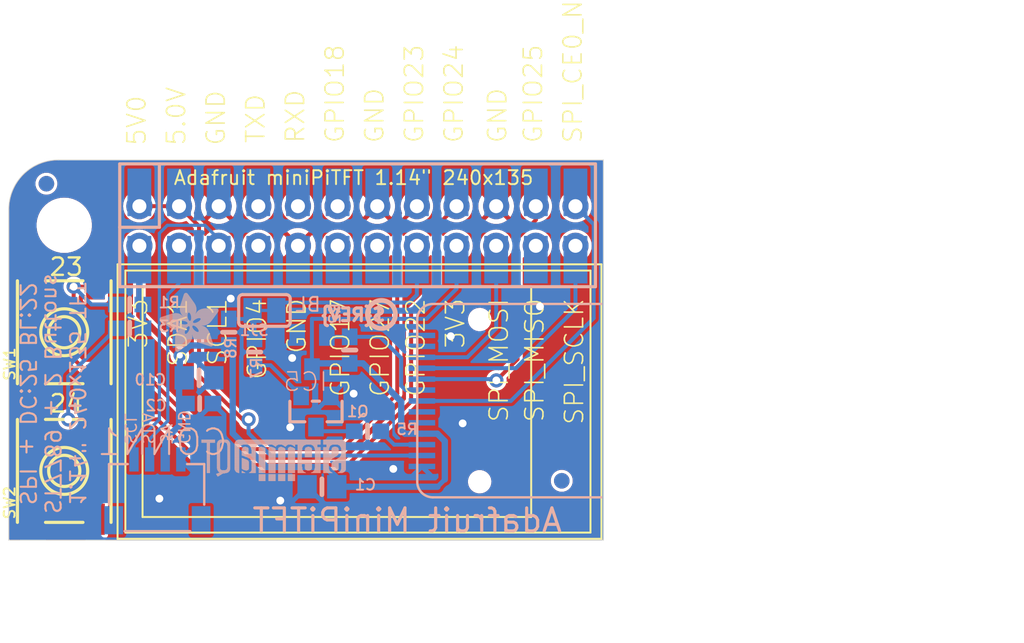
<source format=kicad_pcb>
(kicad_pcb (version 20221018) (generator pcbnew)
  (layers (0 "F.Cu" signal) (31 "B.Cu" signal) (34 "B.Paste" user) (35 "F.Paste" user) (36 "B.SilkS" user "B.Silkscreen") (37 "F.SilkS" user "F.Silkscreen") (38 "B.Mask" user) (39 "F.Mask" user) (44 "Edge.Cuts" user))
  (net 0 "")
  (net 1 "GND")
  (net 2 "3.3V")
  (net 3 "TFT_RST")
  (net 4 "TFT_DC")
  (net 5 "N$1")
  (net 6 "LED_K")
  (net 7 "N$5")
  (net 8 "BACKLIGHT")
  (net 9 "SCLK")
  (net 10 "MOSI")
  (net 11 "TFT_CS")
  (net 12 "5.0V")
  (net 13 "BUTTONB")
  (net 14 "BUTTONA")
  (net 15 "GPIO4")
  (net 16 "GPIO17")
  (net 17 "GPIO27")
  (net 18 "MISO")
  (net 19 "GPIO18")
  (net 20 "RXD")
  (net 21 "TXD")
  (net 22 "SCL")
  (net 23 "SDA")
  (net 24 "GPIO22")
  (footprint "working:TFT_1.14IN_240X135_WRAPAROUND" (layer "F.Cu") (at 167.4241 108.3056 90)
    (fp_text reference "DISP1" hide)
    (fp_text value "DISP_LCD_GENERIC_SPI_1.14IN_13P" hide)
    (pad "" np_thru_hole circle (at -5.14 -7.8 90) (size 1 1) (drill 1) (layers "*.Cu" "*.Mask"))
    (pad "" np_thru_hole circle (at 5.26 -7.8 90) (size 1 1) (drill 1) (layers "*.Cu" "*.Mask"))
    (pad "1" smd rect (at 4.24 -11.5) (size 1.7 0.35) (layers "B.Cu" "B.Mask"))
    (pad "2" smd rect (at 3.54 -11.5) (size 1.7 0.35) (layers "B.Cu" "B.Mask"))
    (pad "3" smd rect (at 2.84 -11.5) (size 1.7 0.35) (layers "B.Cu" "B.Mask") (net 10 "MOSI"))
    (pad "4" smd rect (at 2.14 -11.5) (size 1.7 0.35) (layers "B.Cu" "B.Mask") (net 9 "SCLK"))
    (pad "5" smd rect (at 1.44 -11.5) (size 1.7 0.35) (layers "B.Cu" "B.Mask") (net 4 "TFT_DC"))
    (pad "6" smd rect (at 0.74 -11.5) (size 1.7 0.35) (layers "B.Cu" "B.Mask") (net 3 "TFT_RST"))
    (pad "7" smd rect (at 0.04 -11.5) (size 1.7 0.35) (layers "B.Cu" "B.Mask") (net 11 "TFT_CS"))
    (pad "8" smd rect (at -0.66 -11.5) (size 1.7 0.35) (layers "B.Cu" "B.Mask") (net 1 "GND"))
    (pad "9" smd rect (at -1.36 -11.5) (size 1.7 0.35) (layers "B.Cu" "B.Mask"))
    (pad "10" smd rect (at -2.06 -11.5) (size 1.7 0.35) (layers "B.Cu" "B.Mask") (net 2 "3.3V"))
    (pad "11" smd rect (at -2.76 -11.5) (size 1.7 0.35) (layers "B.Cu" "B.Mask") (net 6 "LED_K"))
    (pad "12" smd rect (at -3.46 -11.5) (size 1.7 0.35) (layers "B.Cu" "B.Mask") (net 12 "5.0V"))
    (pad "13" smd rect (at -4.16 -11.5) (size 1.7 0.35) (layers "B.Cu" "B.Mask") (net 1 "GND"))
  )
  (footprint "working:RASPBERRYPI_2X12_THMSMT" (layer "F.Cu") (at 129.4511 123.5456)
    (fp_text reference "RASPI1" hide)
    (fp_text value "RASPBERRYPI_2X12_THMSMT" hide)
    (fp_text user "SPI_MOSI" (at 30.7216 -21.9334 90) (layer "F.SilkS") (effects (font (size 1.1684 1.1684) (thickness 0.1016)) (justify right top)))
    (fp_text user "5.0V" (at 11.4176 -31.5854 90) (layer "F.SilkS") (effects (font (size 1.1684 1.1684) (thickness 0.1016)) (justify left bottom)))
    (fp_text user "SPI_SCLK" (at 35.5476 -21.9334 90) (layer "F.SilkS") (effects (font (size 1.1684 1.1684) (thickness 0.1016)) (justify right top)))
    (fp_text user "GPIO24" (at 29.1976 -31.7378 90) (layer "F.SilkS") (effects (font (size 1.1684 1.1684) (thickness 0.1016)) (justify left bottom)))
    (fp_text user "GND" (at 13.9576 -31.5854 90) (layer "F.SilkS") (effects (font (size 1.1684 1.1684) (thickness 0.1016)) (justify left bottom)))
    (fp_text user "GND" (at 17.7676 -21.9334 90) (layer "F.SilkS") (effects (font (size 1.1684 1.1684) (thickness 0.1016)) (justify right top)))
    (fp_text user "GPIO27" (at 23.1016 -21.9334 90) (layer "F.SilkS") (effects (font (size 1.1684 1.1684) (thickness 0.1016)) (justify right top)))
    (fp_text user "SPI_CE0_N" (at 36.8176 -31.7378 90) (layer "F.SilkS") (effects (font (size 1.1684 1.1684) (thickness 0.1016)) (justify left bottom)))
    (fp_text user "GND" (at 31.9916 -31.7378 90) (layer "F.SilkS") (effects (font (size 1.1684 1.1684) (thickness 0.1016)) (justify left bottom)))
    (fp_text user "GPIO22" (at 25.3876 -21.9334 90) (layer "F.SilkS") (effects (font (size 1.1684 1.1684) (thickness 0.1016)) (justify right top)))
    (fp_text user "3V3" (at 7.6076 -21.9334 90) (layer "F.SilkS") (effects (font (size 1.1684 1.1684) (thickness 0.1016)) (justify right top)))
    (fp_text user "5V0" (at 8.8776 -31.5854 90) (layer "F.SilkS") (effects (font (size 1.1684 1.1684) (thickness 0.1016)) (justify left bottom)))
    (fp_text user "GPIO18" (at 21.5776 -31.7378 90) (layer "F.SilkS") (effects (font (size 1.1684 1.1684) (thickness 0.1016)) (justify left bottom)))
    (fp_text user "3V3" (at 27.9276 -21.9334 90) (layer "F.SilkS") (effects (font (size 1.1684 1.1684) (thickness 0.1016)) (justify right top)))
    (fp_text user "SPI_MISO" (at 33.0076 -21.9334 90) (layer "F.SilkS") (effects (font (size 1.1684 1.1684) (thickness 0.1016)) (justify right top)))
    (fp_text user "SDA1" (at 10.1476 -21.9334 90) (layer "F.SilkS") (effects (font (size 1.1684 1.1684) (thickness 0.1016)) (justify right top)))
    (fp_text user "SCL1" (at 12.6876 -21.9334 90) (layer "F.SilkS") (effects (font (size 1.1684 1.1684) (thickness 0.1016)) (justify right top)))
    (fp_text user "GPIO25" (at 34.2776 -31.7378 90) (layer "F.SilkS") (effects (font (size 1.1684 1.1684) (thickness 0.1016)) (justify left bottom)))
    (fp_text user "TXD" (at 16.4976 -31.7378 90) (layer "F.SilkS") (effects (font (size 1.1684 1.1684) (thickness 0.1016)) (justify left bottom)))
    (fp_text user "GPIO4" (at 15.2276 -21.9334 90) (layer "F.SilkS") (effects (font (size 1.1684 1.1684) (thickness 0.1016)) (justify right top)))
    (fp_text user "GPIO17" (at 20.5616 -21.9334 90) (layer "F.SilkS") (effects (font (size 1.1684 1.1684) (thickness 0.1016)) (justify right top)))
    (fp_text user "GND" (at 24.1176 -31.7378 90) (layer "F.SilkS") (effects (font (size 1.1684 1.1684) (thickness 0.1016)) (justify left bottom)))
    (fp_text user "RXD" (at 19.0376 -31.7378 90) (layer "F.SilkS") (effects (font (size 1.1684 1.1684) (thickness 0.1016)) (justify left bottom)))
    (fp_text user "GPIO23" (at 26.6576 -31.7378 90) (layer "F.SilkS") (effects (font (size 1.1684 1.1684) (thickness 0.1016)) (justify left bottom)))
    (pad "1" thru_hole circle (at 8.37 -25.23) (size 1.6764 1.6764) (drill 0.9) (layers "*.Cu" "*.Mask") (net 2 "3.3V"))
    (pad "2" thru_hole circle (at 8.37 -27.77) (size 1.6764 1.6764) (drill 0.9) (layers "*.Cu" "*.Mask") (net 12 "5.0V"))
    (pad "3" thru_hole circle (at 10.91 -25.23) (size 1.6764 1.6764) (drill 0.9) (layers "*.Cu" "*.Mask") (net 23 "SDA"))
    (pad "4" thru_hole circle (at 10.91 -27.77) (size 1.6764 1.6764) (drill 0.9) (layers "*.Cu" "*.Mask") (net 12 "5.0V"))
    (pad "5" thru_hole circle (at 13.45 -25.23) (size 1.6764 1.6764) (drill 0.9) (layers "*.Cu" "*.Mask") (net 22 "SCL"))
    (pad "6" thru_hole circle (at 13.45 -27.77) (size 1.6764 1.6764) (drill 0.9) (layers "*.Cu" "*.Mask") (net 1 "GND"))
    (pad "7" thru_hole circle (at 15.99 -25.23) (size 1.6764 1.6764) (drill 0.9) (layers "*.Cu" "*.Mask") (net 15 "GPIO4"))
    (pad "8" thru_hole circle (at 15.99 -27.77) (size 1.6764 1.6764) (drill 0.9) (layers "*.Cu" "*.Mask") (net 21 "TXD"))
    (pad "9" thru_hole circle (at 18.53 -25.23) (size 1.6764 1.6764) (drill 0.9) (layers "*.Cu" "*.Mask") (net 1 "GND"))
    (pad "10" thru_hole circle (at 18.53 -27.77) (size 1.6764 1.6764) (drill 0.9) (layers "*.Cu" "*.Mask") (net 20 "RXD"))
    (pad "11" thru_hole circle (at 21.07 -25.23) (size 1.6764 1.6764) (drill 0.9) (layers "*.Cu" "*.Mask") (net 16 "GPIO17"))
    (pad "12" thru_hole circle (at 21.07 -27.77) (size 1.6764 1.6764) (drill 0.9) (layers "*.Cu" "*.Mask") (net 19 "GPIO18"))
    (pad "13" thru_hole circle (at 23.61 -25.23) (size 1.6764 1.6764) (drill 0.9) (layers "*.Cu" "*.Mask") (net 17 "GPIO27"))
    (pad "14" thru_hole circle (at 23.61 -27.77) (size 1.6764 1.6764) (drill 0.9) (layers "*.Cu" "*.Mask") (net 1 "GND"))
    (pad "15" thru_hole circle (at 26.15 -25.23) (size 1.6764 1.6764) (drill 0.9) (layers "*.Cu" "*.Mask") (net 24 "GPIO22"))
    (pad "16" thru_hole circle (at 26.15 -27.77) (size 1.6764 1.6764) (drill 0.9) (layers "*.Cu" "*.Mask") (net 14 "BUTTONA"))
    (pad "17" thru_hole circle (at 28.69 -25.23) (size 1.6764 1.6764) (drill 0.9) (layers "*.Cu" "*.Mask") (net 2 "3.3V"))
    (pad "18" thru_hole circle (at 28.69 -27.77) (size 1.6764 1.6764) (drill 0.9) (layers "*.Cu" "*.Mask") (net 13 "BUTTONB"))
    (pad "19" thru_hole circle (at 31.23 -25.23) (size 1.6764 1.6764) (drill 0.9) (layers "*.Cu" "*.Mask") (net 10 "MOSI"))
    (pad "20" thru_hole circle (at 31.23 -27.77) (size 1.6764 1.6764) (drill 0.9) (layers "*.Cu" "*.Mask") (net 1 "GND"))
    (pad "21" thru_hole circle (at 33.77 -25.23) (size 1.6764 1.6764) (drill 0.9) (layers "*.Cu" "*.Mask") (net 18 "MISO"))
    (pad "22" thru_hole circle (at 33.77 -27.77) (size 1.6764 1.6764) (drill 0.9) (layers "*.Cu" "*.Mask") (net 4 "TFT_DC"))
    (pad "23" thru_hole circle (at 36.31 -25.23) (size 1.6764 1.6764) (drill 0.9) (layers "*.Cu" "*.Mask") (net 9 "SCLK"))
    (pad "24" thru_hole circle (at 36.31 -27.77) (size 1.6764 1.6764) (drill 0.9) (layers "*.Cu" "*.Mask") (net 11 "TFT_CS"))
    (pad "S1" smd rect (at 8.3696 -24.3394 270) (size 3.048 1.524) (layers "B.Cu" "B.Mask"))
    (pad "S2" smd rect (at 8.3696 -28.6574 270) (size 3.048 1.524) (layers "B.Cu" "B.Mask"))
    (pad "S3" smd rect (at 10.9096 -24.3394 90) (size 3.048 1.524) (layers "B.Cu" "B.Mask"))
    (pad "S4" smd rect (at 10.9096 -28.6574 270) (size 3.048 1.524) (layers "B.Cu" "B.Mask"))
    (pad "S5" smd rect (at 13.4496 -24.3394 90) (size 3.048 1.524) (layers "B.Cu" "B.Mask"))
    (pad "S6" smd rect (at 13.4496 -28.6574 270) (size 3.048 1.524) (layers "B.Cu" "B.Mask"))
    (pad "S7" smd rect (at 15.9896 -24.3394 90) (size 3.048 1.524) (layers "B.Cu" "B.Mask"))
    (pad "S8" smd rect (at 15.9896 -28.6574 270) (size 3.048 1.524) (layers "B.Cu" "B.Mask"))
    (pad "S9" smd rect (at 18.5296 -24.3394 90) (size 3.048 1.524) (layers "B.Cu" "B.Mask"))
    (pad "S10" smd rect (at 18.5296 -28.6574 270) (size 3.048 1.524) (layers "B.Cu" "B.Mask"))
    (pad "S11" smd rect (at 21.0696 -24.3394 90) (size 3.048 1.524) (layers "B.Cu" "B.Mask"))
    (pad "S12" smd rect (at 21.0696 -28.6574 270) (size 3.048 1.524) (layers "B.Cu" "B.Mask"))
    (pad "S13" smd rect (at 23.6096 -24.3394 90) (size 3.048 1.524) (layers "B.Cu" "B.Mask"))
    (pad "S14" smd rect (at 23.6096 -28.6574 270) (size 3.048 1.524) (layers "B.Cu" "B.Mask"))
    (pad "S15" smd rect (at 26.1496 -24.3394 90) (size 3.048 1.524) (layers "B.Cu" "B.Mask"))
    (pad "S16" smd rect (at 26.1496 -28.6574 270) (size 3.048 1.524) (layers "B.Cu" "B.Mask"))
    (pad "S17" smd rect (at 28.6896 -24.3394 90) (size 3.048 1.524) (layers "B.Cu" "B.Mask"))
    (pad "S18" smd rect (at 28.6896 -28.6574 270) (size 3.048 1.524) (layers "B.Cu" "B.Mask"))
    (pad "S19" smd rect (at 31.2296 -24.3394 90) (size 3.048 1.524) (layers "B.Cu" "B.Mask"))
    (pad "S20" smd rect (at 31.2296 -28.6574 270) (size 3.048 1.524) (layers "B.Cu" "B.Mask"))
    (pad "S21" smd rect (at 33.7696 -24.3394 90) (size 3.048 1.524) (layers "B.Cu" "B.Mask"))
    (pad "S22" smd rect (at 33.7696 -28.6574 270) (size 3.048 1.524) (layers "B.Cu" "B.Mask"))
    (pad "S23" smd rect (at 36.3096 -24.3394 90) (size 3.048 1.524) (layers "B.Cu" "B.Mask"))
    (pad "S24" smd rect (at 36.3096 -28.6574 270) (size 3.048 1.524) (layers "B.Cu" "B.Mask"))
  )
  (footprint "working:EVQ-Q2_SMALLER" (layer "F.Cu") (at 133.0071 103.8606 90)
    (fp_text reference "SW1" (at -3.175 -3.5 90) (layer "F.SilkS") (effects (font (size 0.692831 0.692831) (thickness 0.119969)) (justify left)))
    (fp_text value "")
    (pad "A" smd rect (at -3.1 2 90) (size 2 1.2) (layers "F.Cu" "F.Paste" "F.Mask") (net 14 "BUTTONA"))
    (pad "A'" smd rect (at 3.1 2 90) (size 2 1.2) (layers "F.Cu" "F.Paste" "F.Mask") (net 14 "BUTTONA"))
    (pad "B" smd rect (at -3.1 -2 90) (size 2 1.2) (layers "F.Cu" "F.Paste" "F.Mask") (net 1 "GND"))
    (pad "B'" smd rect (at 3.1 -2 90) (size 2 1.2) (layers "F.Cu" "F.Paste" "F.Mask") (net 1 "GND"))
  )
  (footprint "working:FIDUCIAL_1MM" (layer "F.Cu") (at 164.8841 113.3856)
    (fp_text reference "FID2" hide)
    (fp_text value "FIDUCIAL_1MM" hide)
    (pad "1" smd roundrect (at 0 0) (size 1 1) (layers "F.Cu" "F.Mask") (roundrect_rratio 0.5))
  )
  (footprint "" (layer "F.Cu") (at 133.0071 97.0026)
    (fp_text reference "@HOLE0" hide)
    (fp_text value "" (at 0 0) (layer "F.SilkS") (effects (font (size 1.27 1.27))))
    (pad "" np_thru_hole circle (at 0 0) (size 3.048 3.048) (drill 3.048) (layers "*.Cu" "*.Mask"))
  )
  (footprint "working:EVQ-Q2_SMALLER" (layer "F.Cu") (at 133.0071 112.7506 90)
    (fp_text reference "SW2" (at -3.175 -3.5 90) (layer "F.SilkS") (effects (font (size 0.692831 0.692831) (thickness 0.119969)) (justify left)))
    (fp_text value "")
    (pad "A" smd rect (at -3.1 2 90) (size 2 1.2) (layers "F.Cu" "F.Paste" "F.Mask") (net 13 "BUTTONB"))
    (pad "A'" smd rect (at 3.1 2 90) (size 2 1.2) (layers "F.Cu" "F.Paste" "F.Mask") (net 13 "BUTTONB"))
    (pad "B" smd rect (at -3.1 -2 90) (size 2 1.2) (layers "F.Cu" "F.Paste" "F.Mask") (net 1 "GND"))
    (pad "B'" smd rect (at 3.1 -2 90) (size 2 1.2) (layers "F.Cu" "F.Paste" "F.Mask") (net 1 "GND"))
  )
  (footprint "working:FIDUCIAL_1MM" (layer "F.Cu") (at 131.8641 94.3356)
    (fp_text reference "FID1" hide)
    (fp_text value "FIDUCIAL_1MM" hide)
    (pad "1" smd roundrect (at 0 0) (size 1 1) (layers "F.Cu" "F.Mask") (roundrect_rratio 0.5))
  )
  (footprint "working:FIDUCIAL_1MM" (layer "B.Cu") (at 164.8841 113.3856 180)
    (fp_text reference "FID3" hide)
    (fp_text value "FIDUCIAL_1MM" hide)
    (pad "1" smd roundrect (at 0 0 180) (size 1 1) (layers "B.Cu" "B.Mask") (roundrect_rratio 0.5))
  )
  (footprint "working:JST_SH4" (layer "B.Cu") (at 138.9761 114.5286 180)
    (fp_text reference "CONN1" (at -4.6 3.614) (layer "B.SilkS") (effects (font (size 1.647139 1.647139) (thickness 0.130861)) (justify left mirror)))
    (fp_text value "STEMMA_I2C_QT" hide)
    (pad "1" smd rect (at -1.5 2.514 90) (size 1.55 0.6) (layers "B.Cu" "B.Paste" "B.Mask") (net 1 "GND"))
    (pad "2" smd rect (at -0.5 2.514 90) (size 1.55 0.6) (layers "B.Cu" "B.Paste" "B.Mask") (net 2 "3.3V"))
    (pad "3" smd rect (at 0.5 2.514 90) (size 1.55 0.6) (layers "B.Cu" "B.Paste" "B.Mask") (net 23 "SDA"))
    (pad "4" smd rect (at 1.5 2.514 90) (size 1.55 0.6) (layers "B.Cu" "B.Paste" "B.Mask") (net 22 "SCL"))
    (pad "MT1" smd rect (at -2.8 -1.386 90) (size 1.8 1.2) (layers "B.Cu" "B.Paste" "B.Mask"))
    (pad "MT2" smd rect (at 2.8 -1.386 90) (size 1.8 1.2) (layers "B.Cu" "B.Paste" "B.Mask"))
  )
  (footprint "working:0603-NO" (layer "B.Cu") (at 143.5481 103.8606 -90)
    (fp_text reference "R8" (at 1.778 -0.127 -270) (layer "B.SilkS") (effects (font (size 0.692831 0.692831) (thickness 0.119969)) (justify right mirror)))
    (fp_text value "10K")
    (pad "1" smd rect (at -0.85 0 270) (size 1.075 1) (layers "B.Cu" "B.Paste" "B.Mask") (net 8 "BACKLIGHT"))
    (pad "2" smd rect (at 0.85 0 270) (size 1.075 1) (layers "B.Cu" "B.Paste" "B.Mask") (net 2 "3.3V"))
  )
  (footprint "working:PCBFEAT-REV-040" (layer "B.Cu") (at 153.3271 102.7176 180)
    (fp_text reference "U$6" hide)
    (fp_text value "" hide)
    (fp_text user "${REV}" (at -0.3556 -0.508) (layer "B.SilkS") (effects (font (size 0.8128 0.8128) (thickness 0.2032)) (justify left bottom mirror)))
  )
  (footprint "working:0603-NO" (layer "B.Cu") (at 145.1991 105.1306 -90)
    (fp_text reference "R7" (at 1.778 -0.127 -270) (layer "B.SilkS") (effects (font (size 0.692831 0.692831) (thickness 0.119969)) (justify right mirror)))
    (fp_text value "1K")
    (pad "1" smd rect (at -0.85 0 270) (size 1.075 1) (layers "B.Cu" "B.Paste" "B.Mask") (net 8 "BACKLIGHT"))
    (pad "2" smd rect (at 0.85 0 270) (size 1.075 1) (layers "B.Cu" "B.Paste" "B.Mask") (net 5 "N$1"))
  )
  (footprint "working:0805-NO" (layer "B.Cu") (at 141.6431 106.7816 180)
    (fp_text reference "C10" (at 2.032 -0.127) (layer "B.SilkS") (effects (font (size 0.692831 0.692831) (thickness 0.119969)) (justify left mirror)))
    (fp_text value "10uF")
    (pad "1" smd rect (at -0.95 0 180) (size 1.24 1.5) (layers "B.Cu" "B.Paste" "B.Mask") (net 1 "GND"))
    (pad "2" smd rect (at 0.95 0 180) (size 1.24 1.5) (layers "B.Cu" "B.Paste" "B.Mask") (net 2 "3.3V"))
  )
  (footprint "working:ADAFRUIT_3.5MM" (layer "B.Cu") (at 142.9131 105.1306 180)
    (fp_text reference "U$4" hide)
    (fp_text value "MICROSD" hide)
  )
  (footprint "working:0603-NO" (layer "B.Cu") (at 141.6821 108.4326 180)
    (fp_text reference "C2" (at 2.032 -0.127) (layer "B.SilkS") (effects (font (size 0.692831 0.692831) (thickness 0.119969)) (justify left mirror)))
    (fp_text value "1uF")
    (pad "1" smd rect (at -0.85 0 180) (size 1.075 1) (layers "B.Cu" "B.Paste" "B.Mask") (net 1 "GND"))
    (pad "2" smd rect (at 0.85 0 180) (size 1.075 1) (layers "B.Cu" "B.Paste" "B.Mask") (net 2 "3.3V"))
  )
  (footprint "working:0805-NO" (layer "B.Cu") (at 149.5171 113.7666)
    (fp_text reference "C1" (at 2.032 -0.127) (layer "B.SilkS") (effects (font (size 0.692831 0.692831) (thickness 0.119969)) (justify right mirror)))
    (fp_text value "10uF")
    (pad "1" smd rect (at -0.95 0) (size 1.24 1.5) (layers "B.Cu" "B.Paste" "B.Mask") (net 1 "GND"))
    (pad "2" smd rect (at 0.95 0) (size 1.24 1.5) (layers "B.Cu" "B.Paste" "B.Mask") (net 2 "3.3V"))
  )
  (footprint "working:SOT23-WIDE" (layer "B.Cu") (at 149.1361 108.9406)
    (fp_text reference "Q1" (at 1.905 0) (layer "B.SilkS") (effects (font (size 0.692831 0.692831) (thickness 0.119969)) (justify right mirror)))
    (fp_text value "MMBT2222")
    (pad "1" smd rect (at -0.95 -1) (size 1 1.2) (layers "B.Cu" "B.Paste" "B.Mask") (net 5 "N$1"))
    (pad "2" smd rect (at 0.95 -1) (size 1 1.2) (layers "B.Cu" "B.Paste" "B.Mask") (net 1 "GND"))
    (pad "3" smd rect (at 0 1) (size 1 1.2) (layers "B.Cu" "B.Paste" "B.Mask") (net 7 "N$5"))
  )
  (footprint "working:0603-NO" (layer "B.Cu") (at 151.2951 105.0036 -90)
    (fp_text reference "R2" (at -1.5875 0.9525 -270) (layer "B.SilkS") (effects (font (size 0.692831 0.692831) (thickness 0.119969)) (justify right mirror)))
    (fp_text value "10K")
    (pad "1" smd rect (at -0.85 0 270) (size 1.075 1) (layers "B.Cu" "B.Paste" "B.Mask") (net 3 "TFT_RST"))
    (pad "2" smd rect (at 0.85 0 270) (size 1.075 1) (layers "B.Cu" "B.Paste" "B.Mask") (net 2 "3.3V"))
  )
  (footprint "working:SOT23" (layer "B.Cu") (at 148.8821 105.1306)
    (fp_text reference "IC5" (at -1.905 1.905) (layer "B.SilkS") (effects (font (size 1.176528 1.176528) (thickness 0.093472)) (justify right mirror)))
    (fp_text value "APX803")
    (pad "1" smd rect (at -0.95 -1.1) (size 1 1.4) (layers "B.Cu" "B.Paste" "B.Mask") (net 1 "GND"))
    (pad "2" smd rect (at 0.95 -1.1) (size 1 1.4) (layers "B.Cu" "B.Paste" "B.Mask") (net 3 "TFT_RST"))
    (pad "3" smd rect (at 0 1.1) (size 1 1.4) (layers "B.Cu" "B.Paste" "B.Mask") (net 2 "3.3V"))
  )
  (footprint "working:FIDUCIAL_1MM" (layer "B.Cu") (at 131.8641 94.3356 180)
    (fp_text reference "FID4" hide)
    (fp_text value "FIDUCIAL_1MM" hide)
    (pad "1" smd roundrect (at 0 0 180) (size 1 1) (layers "B.Cu" "B.Mask") (roundrect_rratio 0.5))
  )
  (footprint "working:0603-NO" (layer "B.Cu") (at 152.4381 110.2106)
    (fp_text reference "R5" (at 1.778 -0.127) (layer "B.SilkS") (effects (font (size 0.692831 0.692831) (thickness 0.119969)) (justify right mirror)))
    (fp_text value "22")
    (pad "1" smd rect (at -0.85 0) (size 1.075 1) (layers "B.Cu" "B.Paste" "B.Mask") (net 7 "N$5"))
    (pad "2" smd rect (at 0.85 0) (size 1.075 1) (layers "B.Cu" "B.Paste" "B.Mask") (net 6 "LED_K"))
  )
  (footprint "working:0603-NO" (layer "B.Cu") (at 137.1981 102.0826)
    (fp_text reference "R1" (at 1.778 -0.127) (layer "B.SilkS") (effects (font (size 0.692831 0.692831) (thickness 0.119969)) (justify right mirror)))
    (fp_text value "10K")
    (pad "1" smd rect (at -0.85 0) (size 1.075 1) (layers "B.Cu" "B.Paste" "B.Mask") (net 14 "BUTTONA"))
    (pad "2" smd rect (at 0.85 0) (size 1.075 1) (layers "B.Cu" "B.Paste" "B.Mask") (net 2 "3.3V"))
  )
  (footprint "working:STEMMAQT" (layer "B.Cu") (at 151.0411 113.3856 180)
    (fp_text reference "U$15" hide)
    (fp_text value "" hide)
  )
  (footprint "working:0603-NO" (layer "B.Cu") (at 137.1981 103.6066)
    (fp_text reference "R3" (at 1.778 -0.127) (layer "B.SilkS") (effects (font (size 0.692831 0.692831) (thickness 0.119969)) (justify right mirror)))
    (fp_text value "10K")
    (pad "1" smd rect (at -0.85 0) (size 1.075 1) (layers "B.Cu" "B.Paste" "B.Mask") (net 13 "BUTTONB"))
    (pad "2" smd rect (at 0.85 0) (size 1.075 1) (layers "B.Cu" "B.Paste" "B.Mask") (net 2 "3.3V"))
  )
  (footprint "working:SOLDERJUMPER_CLOSEDWIRE" (layer "B.Cu") (at 145.8341 102.4636)
    (fp_text reference "SJ1" (at -1.651 1.27) (layer "B.SilkS") (effects (font (size 0.692831 0.692831) (thickness 0.119969)) (justify right mirror)))
    (fp_text value "")
    (pad "1" smd rect (at -0.762 0) (size 1.1684 1.6002) (layers "B.Cu") (net 8 "BACKLIGHT"))
    (pad "2" smd rect (at 0.762 0) (size 1.1684 1.6002) (layers "B.Cu") (net 24 "GPIO22"))
    (pad "WIRE" smd rect (at 0 0 180) (size 0.635 0.2032) (layers "B.Cu"))
  )
  (gr_line (start 129.4511 117.1956) (end 129.4511 95.9866) (stroke (width 0.05)) (layer "Edge.Cuts"))
  (gr_line (start 132.6261 92.8116) (end 167.5511 92.8116) (stroke (width 0.05)) (layer "Edge.Cuts"))
  (gr_line (start 167.5511 117.1956) (end 167.5511 92.8116) (stroke (width 0.05)) (layer "Edge.Cuts"))
  (gr_line (start 129.4511 117.1956) (end 167.5511 117.1956) (stroke (width 0.05)) (layer "Edge.Cuts"))
  (gr_arc (start 129.4511 95.9866) (mid 130.381036 93.741536) (end 132.6261 92.8116) (stroke (width 0.05)) (layer "Edge.Cuts"))
  (gr_text "SDA" (at 137.9601 111.0996 -90) (layer "B.SilkS") (effects (font (size 0.715264 0.715264) (thickness 0.097536)) (justify left bottom mirror)))
  (gr_text "Adafruit MiniPiTFT" (at 154.9781 115.9256) (layer "B.SilkS") (effects (font (size 1.475232 1.475232) (thickness 0.201168)) (justify mirror)))
  (gr_text "3V" (at 139.1031 111.0996 -90) (layer "B.SilkS") (effects (font (size 0.715264 0.715264) (thickness 0.097536)) (justify left bottom mirror)))
  (gr_text "1.14\" 240x135 TFT\nST7789 + 2 Buttons\nSPI + DC:25 BL:22" (at 132.2451 107.7976 -90) (layer "B.SilkS") (effects (font (size 0.983488 0.983488) (thickness 0.134112)) (justify mirror)))
  (gr_text "GND" (at 140.2461 111.0996 -90) (layer "B.SilkS") (effects (font (size 0.715264 0.715264) (thickness 0.097536)) (justify left bottom mirror)))
  (gr_text "SCL" (at 136.8171 111.0996 -90) (layer "B.SilkS") (effects (font (size 0.715264 0.715264) (thickness 0.097536)) (justify left bottom mirror)))
  (gr_text "BL" (at 148.6281 102.0826) (layer "B.SilkS") (effects (font (size 0.89408 0.89408) (thickness 0.12192)) (justify mirror)))
  (gr_text "Adafruit miniPiTFT 1.14\" 240x135" (at 151.5491 93.9546) (layer "F.SilkS") (effects (font (size 0.89408 0.89408) (thickness 0.12192))))
  (gr_text "24" (at 133.1341 108.4326) (layer "F.SilkS") (effects (font (size 1.1176 1.1176) (thickness 0.1524))))
  (gr_text "23" (at 133.1341 99.6696) (layer "F.SilkS") (effects (font (size 1.1176 1.1176) (thickness 0.1524))))
  (via (at 146.8501 114.6556) (size 0.9064) (drill 0.5) (layers "F.Cu" "B.Cu") (net 1))
  (via (at 151.5491 107.7976) (size 0.9064) (drill 0.5) (layers "F.Cu" "B.Cu") (net 1))
  (via (at 147.6121 105.5116) (size 0.9064) (drill 0.5) (layers "F.Cu" "B.Cu") (net 1))
  (via (at 163.4871 102.2096) (size 0.9064) (drill 0.5) (layers "F.Cu" "B.Cu") (net 1))
  (via (at 143.6751 101.7016) (size 0.9064) (drill 0.5) (layers "F.Cu" "B.Cu") (net 1))
  (via (at 139.1031 114.5286) (size 0.9064) (drill 0.5) (layers "F.Cu" "B.Cu") (net 1))
  (via (at 157.7721 104.1146) (size 0.9064) (drill 0.5) (layers "F.Cu" "B.Cu") (net 1))
  (via (at 154.0891 112.6236) (size 0.9064) (drill 0.5) (layers "F.Cu" "B.Cu") (net 1))
  (via (at 147.4851 109.9566) (size 0.9064) (drill 0.5) (layers "F.Cu" "B.Cu") (net 1))
  (via (at 158.5341 109.7026) (size 0.9064) (drill 0.5) (layers "F.Cu" "B.Cu") (net 1))
  (segment (start 137.8211 98.3156) (end 137.8211 102.7546) (width 0.4064) (layer "F.Cu") (net 2))
  (segment (start 137.8211 102.7546) (end 140.4121 105.3456) (width 0.4064) (layer "F.Cu") (net 2))
  (via (at 140.4121 105.3456) (size 0.8001) (drill 0.3937) (layers "F.Cu" "B.Cu") (net 2))
  (segment (start 140.6931 106.7816) (end 140.3651 107.1096) (width 0.4064) (layer "B.Cu") (net 2))
  (segment (start 140.3651 107.1096) (end 140.3651 108.4326) (width 0.4064) (layer "B.Cu") (net 2))
  (segment (start 157.3911 113.2976) (end 156.9221 113.7666) (width 0.3048) (layer "B.Cu") (net 2))
  (segment (start 150.4671 113.1926) (end 149.7711 112.4966) (width 0.4064) (layer "B.Cu") (net 2))
  (segment (start 148.8821 106.2306) (end 148.8749 106.2234) (width 0.254) (layer "B.Cu") (net 2))
  (segment (start 143.5481 104.7106) (end 143.8021 104.9646) (width 0.4064) (layer "B.Cu") (net 2))
  (segment (start 157.3911 110.8456) (end 156.9111 110.3656) (width 0.4064) (layer "B.Cu") (net 2))
  (segment (start 151.2951 105.8536) (end 148.9629 105.8536) (width 0.4064) (layer "B.Cu") (net 2))
  (segment (start 140.3651 109.8556) (end 139.4761 110.7446) (width 0.4064) (layer "B.Cu") (net 2))
  (segment (start 145.9611 112.4966) (end 149.7711 112.4966) (width 0.4064) (layer "B.Cu") (net 2))
  (segment (start 150.4671 113.7666) (end 150.4671 113.1926) (width 0.2032) (layer "B.Cu") (net 2))
  (segment (start 148.9629 105.8536) (end 148.8749 105.7656) (width 0.4064) (layer "B.Cu") (net 2))
  (segment (start 154.840075 110.3656) (end 155.9241 110.3656) (width 0.4064) (layer "B.Cu") (net 2))
  (segment (start 137.8211 101.8556) (end 138.0481 102.0826) (width 0.254) (layer "B.Cu") (net 2))
  (segment (start 152.1451 105.8536) (end 151.2951 105.8536) (width 0.4064) (layer "B.Cu") (net 2))
  (segment (start 148.8749 106.2234) (end 148.8749 105.7656) (width 0.254) (layer "B.Cu") (net 2))
  (segment (start 141.0471 104.7106) (end 140.4121 105.3456) (width 0.4064) (layer "B.Cu") (net 2))
  (segment (start 138.0481 102.0826) (end 138.0481 103.6066) (width 0.4064) (layer "B.Cu") (net 2))
  (segment (start 139.4761 112.0146) (end 139.4761 110.7446) (width 0.4064) (layer "B.Cu") (net 2))
  (segment (start 154.5971 110.122625) (end 154.5971 108.3056) (width 0.4064) (layer "B.Cu") (net 2))
  (segment (start 143.8021 110.3376) (end 145.9611 112.4966) (width 0.4064) (layer "B.Cu") (net 2))
  (segment (start 156.9221 113.7666) (end 150.4671 113.7666) (width 0.4064) (layer "B.Cu") (net 2))
  (segment (start 143.8021 104.9646) (end 143.8021 110.3376) (width 0.4064) (layer "B.Cu") (net 2))
  (segment (start 148.8749 105.7656) (end 148.8749 103.0004) (width 0.254) (layer "B.Cu") (net 2))
  (segment (start 140.8321 108.4326) (end 140.3651 108.4326) (width 0.4064) (layer "B.Cu") (net 2))
  (segment (start 140.4121 105.3456) (end 140.4121 106.7816) (width 0.4064) (layer "B.Cu") (net 2))
  (segment (start 140.3651 108.4326) (end 140.3651 109.8556) (width 0.4064) (layer "B.Cu") (net 2))
  (segment (start 140.6931 106.7816) (end 140.4121 106.7816) (width 0.254) (layer "B.Cu") (net 2))
  (segment (start 154.840075 110.3656) (end 154.5971 110.122625) (width 0.4064) (layer "B.Cu") (net 2))
  (segment (start 158.1411 101.0786) (end 156.2193 103.0004) (width 0.254) (layer "B.Cu") (net 2))
  (segment (start 154.5971 108.3056) (end 152.1451 105.8536) (width 0.4064) (layer "B.Cu") (net 2))
  (segment (start 137.8211 98.3156) (end 137.8211 101.8556) (width 0.4064) (layer "B.Cu") (net 2))
  (segment (start 158.1411 98.3156) (end 158.1411 101.0786) (width 0.254) (layer "B.Cu") (net 2))
  (segment (start 143.5481 104.7106) (end 141.0471 104.7106) (width 0.4064) (layer "B.Cu") (net 2))
  (segment (start 156.2193 103.0004) (end 148.8749 103.0004) (width 0.254) (layer "B.Cu") (net 2))
  (segment (start 157.3911 113.2976) (end 157.3911 110.8456) (width 0.4064) (layer "B.Cu") (net 2))
  (segment (start 156.9111 110.3656) (end 155.9241 110.3656) (width 0.4064) (layer "B.Cu") (net 2))
  (segment (start 151.2951 104.1536) (end 149.9551 104.1536) (width 0.254) (layer "B.Cu") (net 3))
  (segment (start 153.2391 104.1536) (end 151.2951 104.1536) (width 0.254) (layer "B.Cu") (net 3))
  (segment (start 154.8731 107.5656) (end 154.5971 107.2896) (width 0.254) (layer "B.Cu") (net 3))
  (segment (start 154.5971 107.2896) (end 154.5971 105.5116) (width 0.254) (layer "B.Cu") (net 3))
  (segment (start 149.9551 104.1536) (end 149.8321 104.0306) (width 0.254) (layer "B.Cu") (net 3))
  (segment (start 154.5971 105.5116) (end 153.2391 104.1536) (width 0.254) (layer "B.Cu") (net 3))
  (segment (start 155.9241 107.5656) (end 154.8731 107.5656) (width 0.254) (layer "B.Cu") (net 3))
  (segment (start 160.6931 106.949) (end 162.0527 105.5894) (width 0.254) (layer "F.Cu") (net 4))
  (segment (start 163.2211 96.663232) (end 163.2211 95.7756) (width 0.254) (layer "F.Cu") (net 4))
  (segment (start 162.0527 105.5894) (end 162.0527 97.831632) (width 0.254) (layer "F.Cu") (net 4))
  (segment (start 162.0527 97.831632) (end 163.2211 96.663232) (width 0.254) (layer "F.Cu") (net 4))
  (via (at 160.6931 106.949) (size 0.9064) (drill 0.5) (layers "F.Cu" "B.Cu") (net 4))
  (segment (start 155.9241 106.8656) (end 160.6097 106.8656) (width 0.254) (layer "B.Cu") (net 4))
  (segment (start 160.6097 106.8656) (end 160.6931 106.949) (width 0.254) (layer "B.Cu") (net 4))
  (segment (start 145.1991 105.9806) (end 146.2261 105.9806) (width 0.254) (layer "B.Cu") (net 5))
  (segment (start 146.2261 105.9806) (end 148.1861 107.9406) (width 0.254) (layer "B.Cu") (net 5))
  (segment (start 153.2881 110.2106) (end 154.1431 111.0656) (width 0.254) (layer "B.Cu") (net 6))
  (segment (start 155.9241 111.0656) (end 154.1431 111.0656) (width 0.254) (layer "B.Cu") (net 6))
  (segment (start 149.4061 110.2106) (end 149.1361 109.9406) (width 0.254) (layer "B.Cu") (net 7))
  (segment (start 151.5881 110.2106) (end 149.4061 110.2106) (width 0.254) (layer "B.Cu") (net 7))
  (segment (start 145.1991 103.0106) (end 143.5481 103.0106) (width 0.254) (layer "B.Cu") (net 8))
  (segment (start 145.1991 104.2806) (end 145.0721 104.1536) (width 0.254) (layer "B.Cu") (net 8))
  (segment (start 145.0721 102.4636) (end 145.0721 104.1536) (width 0.254) (layer "B.Cu") (net 8))
  (segment (start 145.1991 104.2806) (end 145.1991 103.0106) (width 0.254) (layer "B.Cu") (net 8))
  (segment (start 165.7611 98.3156) (end 165.7611 102.3486) (width 0.254) (layer "B.Cu") (net 9))
  (segment (start 165.7611 102.3486) (end 161.9441 106.1656) (width 0.254) (layer "B.Cu") (net 9))
  (segment (start 161.9441 106.1656) (end 155.9241 106.1656) (width 0.254) (layer "B.Cu") (net 9))
  (segment (start 160.6811 103.6186) (end 160.6811 98.3156) (width 0.254) (layer "B.Cu") (net 10))
  (segment (start 158.8341 105.4656) (end 160.6811 103.6186) (width 0.254) (layer "B.Cu") (net 10))
  (segment (start 155.9241 105.4656) (end 158.8341 105.4656) (width 0.254) (layer "B.Cu") (net 10))
  (segment (start 166.9295 96.944) (end 166.9295 102.9582) (width 0.254) (layer "B.Cu") (net 11))
  (segment (start 155.9241 108.2656) (end 161.6221 108.2656) (width 0.254) (layer "B.Cu") (net 11))
  (segment (start 165.7611 95.7756) (end 166.9295 96.944) (width 0.254) (layer "B.Cu") (net 11))
  (segment (start 166.9295 102.9582) (end 161.6221 108.2656) (width 0.254) (layer "B.Cu") (net 11))
  (segment (start 141.6431 97.0576) (end 140.3611 95.7756) (width 0.254) (layer "F.Cu") (net 12))
  (segment (start 141.6431 106.6546) (end 141.6431 97.0576) (width 0.254) (layer "F.Cu") (net 12))
  (segment (start 140.3611 95.7756) (end 137.8211 95.7756) (width 0.254) (layer "F.Cu") (net 12))
  (segment (start 144.8181 109.4486) (end 144.4371 109.4486) (width 0.254) (layer "F.Cu") (net 12))
  (segment (start 144.4371 109.4486) (end 141.6431 106.6546) (width 0.254) (layer "F.Cu") (net 12))
  (via (at 144.8181 109.4486) (size 0.9064) (drill 0.5) (layers "F.Cu" "B.Cu") (net 12))
  (segment (start 144.8181 109.4486) (end 144.8181 110.3376) (width 0.254) (layer "B.Cu") (net 12))
  (segment (start 155.9241 111.7656) (end 146.2461 111.7656) (width 0.254) (layer "B.Cu") (net 12))
  (segment (start 146.2461 111.7656) (end 144.8181 110.3376) (width 0.254) (layer "B.Cu") (net 12))
  (segment (start 141.8971 112.3696) (end 151.1681 112.3696) (width 0.254) (layer "F.Cu") (net 13))
  (segment (start 135.0071 109.6506) (end 135.0071 115.8506) (width 0.254) (layer "F.Cu") (net 13))
  (segment (start 155.2321 102.5906) (end 156.8831 100.9396) (width 0.254) (layer "F.Cu") (net 13))
  (segment (start 151.1681 112.3696) (end 155.2321 108.3056) (width 0.254) (layer "F.Cu") (net 13))
  (segment (start 134.8051 109.4486) (end 133.2611 109.4486) (width 0.254) (layer "F.Cu") (net 13))
  (segment (start 155.2321 108.3056) (end 155.2321 102.5906) (width 0.254) (layer "F.Cu") (net 13))
  (segment (start 135.0071 109.6506) (end 134.8051 109.4486) (width 0.254) (layer "F.Cu") (net 13))
  (segment (start 156.8831 100.9396) (end 156.8831 97.0336) (width 0.254) (layer "F.Cu") (net 13))
  (segment (start 156.8831 97.0336) (end 158.1411 95.7756) (width 0.254) (layer "F.Cu") (net 13))
  (segment (start 133.2611 109.4486) (end 138.9761 109.4486) (width 0.254) (layer "F.Cu") (net 13))
  (segment (start 138.9761 109.4486) (end 141.8971 112.3696) (width 0.254) (layer "F.Cu") (net 13))
  (via (at 133.2611 109.4486) (size 0.9064) (drill 0.5) (layers "F.Cu" "B.Cu") (net 13))
  (segment (start 133.2611 106.6936) (end 133.2611 109.4486) (width 0.254) (layer "B.Cu") (net 13))
  (segment (start 136.3481 103.6066) (end 133.2611 106.6936) (width 0.254) (layer "B.Cu") (net 13))
  (segment (start 135.0071 100.7606) (end 134.8281 100.9396) (width 0.254) (layer "F.Cu") (net 14))
  (segment (start 138.8491 107.1626) (end 138.6471 106.9606) (width 0.254) (layer "F.Cu") (net 14))
  (segment (start 150.7871 111.3536) (end 143.0081 111.3536) (width 0.254) (layer "F.Cu") (net 14))
  (segment (start 154.3431 107.7976) (end 150.7871 111.3536) (width 0.254) (layer "F.Cu") (net 14))
  (segment (start 154.3431 97.0336) (end 154.3431 107.7976) (width 0.254) (layer "F.Cu") (net 14))
  (segment (start 138.8491 107.1946) (end 138.8491 107.1626) (width 0.254) (layer "F.Cu") (net 14))
  (segment (start 133.6101 100.9396) (end 134.8281 100.9396) (width 0.254) (layer "F.Cu") (net 14))
  (segment (start 155.6011 95.7756) (end 154.3431 97.0336) (width 0.254) (layer "F.Cu") (net 14))
  (segment (start 133.6101 100.9396) (end 133.6101 105.5636) (width 0.254) (layer "F.Cu") (net 14))
  (segment (start 143.0081 111.3536) (end 138.8491 107.1946) (width 0.254) (layer "F.Cu") (net 14))
  (segment (start 135.0071 106.9606) (end 133.6101 105.5636) (width 0.254) (layer "F.Cu") (net 14))
  (segment (start 138.6471 106.9606) (end 135.0071 106.9606) (width 0.254) (layer "F.Cu") (net 14))
  (via (at 133.6101 100.9396) (size 0.9064) (drill 0.5) (layers "F.Cu" "B.Cu") (net 14))
  (segment (start 136.3481 102.0826) (end 134.7531 102.0826) (width 0.254) (layer "B.Cu") (net 14))
  (segment (start 134.7531 102.0826) (end 133.6101 100.9396) (width 0.254) (layer "B.Cu") (net 14))
  (segment (start 137.4761 112.0146) (end 137.4761 111.0756) (width 0.2032) (layer "B.Cu") (net 22))
  (segment (start 142.0241 97.0026) (end 142.0876 97.0661) (width 0.2032) (layer "B.Cu") (net 22))
  (segment (start 142.9011 97.8796) (end 142.1511 97.1296) (width 0.2032) (layer "B.Cu") (net 22))
  (segment (start 139.6111 97.0026) (end 142.0241 97.0026) (width 0.2032) (layer "B.Cu") (net 22))
  (segment (start 142.0876 97.0661) (end 142.1511 97.1296) (width 0.2032) (layer "B.Cu") (net 22))
  (segment (start 139.1031 109.4486) (end 139.1031 97.5106) (width 0.2032) (layer "B.Cu") (net 22))
  (segment (start 139.1031 97.5106) (end 139.6111 97.0026) (width 0.2032) (layer "B.Cu") (net 22))
  (segment (start 137.4761 111.0756) (end 139.1031 109.4486) (width 0.2032) (layer "B.Cu") (net 22))
  (segment (start 142.9011 98.3156) (end 142.9011 97.8796) (width 0.2032) (layer "B.Cu") (net 22))
  (segment (start 139.6413 109.5454) (end 139.6413 101.436588) (width 0.2032) (layer "B.Cu") (net 23))
  (segment (start 140.3611 98.3156) (end 140.3731 98.3276) (width 0.2032) (layer "B.Cu") (net 23))
  (segment (start 140.3731 98.3276) (end 140.3731 100.704788) (width 0.2032) (layer "B.Cu") (net 23))
  (segment (start 138.4761 112.0146) (end 138.4761 110.7106) (width 0.2032) (layer "B.Cu") (net 23))
  (segment (start 139.6413 101.436588) (end 140.3731 100.704788) (width 0.2032) (layer "B.Cu") (net 23))
  (segment (start 138.4761 110.7106) (end 139.6413 109.5454) (width 0.2032) (layer "B.Cu") (net 23))
  (segment (start 155.1051 101.9556) (end 147.1041 101.9556) (width 0.254) (layer "B.Cu") (net 24))
  (segment (start 155.6011 101.4596) (end 155.1051 101.9556) (width 0.254) (layer "B.Cu") (net 24))
  (segment (start 155.6011 98.3156) (end 155.6011 101.4596) (width 0.254) (layer "B.Cu") (net 24))
  (segment (start 147.1041 101.9556) (end 146.5961 102.4636) (width 0.254) (layer "B.Cu") (net 24))
  (zone (net 1) (net_name "GND") (layer "F.Cu") (priority 6) (connect_pads (clearance 0.000001)) (min_thickness 0.127) (fill yes (thermal_gap 0.304) (thermal_bridge_width 0.304))
    (polygon (pts (xy 167.5511 117.4496) (xy 129.3241 117.4496) (xy 129.3241 92.6846) (xy 167.5511 92.6846)))
  )
  (zone (net 1) (net_name "GND") (layer "B.Cu") (priority 6) (connect_pads (clearance 0.000001)) (min_thickness 0.127) (fill yes (thermal_gap 0.304) (thermal_bridge_width 0.304))
    (polygon (pts (xy 167.5511 117.4496) (xy 129.3241 117.4496) (xy 129.3241 92.6846) (xy 167.5511 92.6846)))
  )
)
</source>
